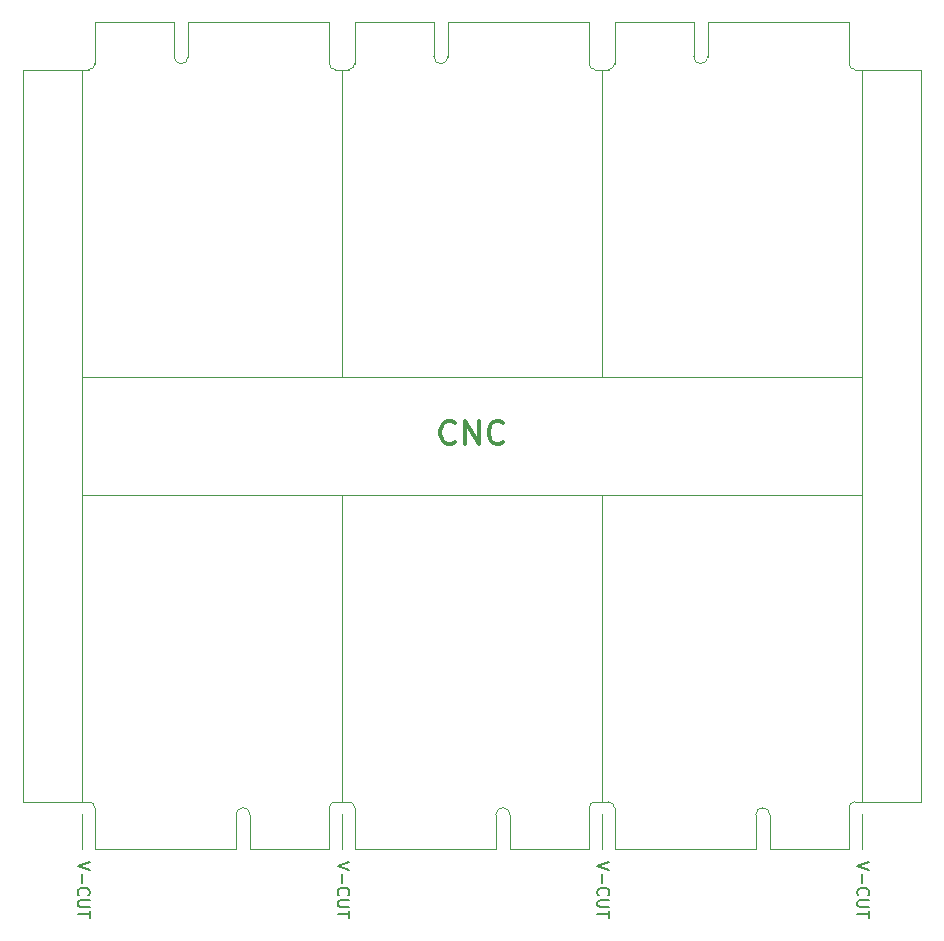
<source format=gbr>
%TF.GenerationSoftware,KiCad,Pcbnew,(7.0.0-rc2-153-g7d6218acb4)*%
%TF.CreationDate,2023-02-19T17:36:37+08:00*%
%TF.ProjectId,RAK3172-M.2-2230-Mod - panel,52414b33-3137-4322-9d4d-2e322d323233,rev?*%
%TF.SameCoordinates,Original*%
%TF.FileFunction,Profile,NP*%
%FSLAX46Y46*%
G04 Gerber Fmt 4.6, Leading zero omitted, Abs format (unit mm)*
G04 Created by KiCad (PCBNEW (7.0.0-rc2-153-g7d6218acb4)) date 2023-02-19 17:36:37*
%MOMM*%
%LPD*%
G01*
G04 APERTURE LIST*
%ADD10C,0.300000*%
%TA.AperFunction,Profile*%
%ADD11C,0.100000*%
%TD*%
%ADD12C,0.150000*%
%TA.AperFunction,Profile*%
%ADD13C,0.050000*%
%TD*%
G04 APERTURE END LIST*
D10*
X169521428Y-76519285D02*
X169426190Y-76614523D01*
X169426190Y-76614523D02*
X169140476Y-76709761D01*
X169140476Y-76709761D02*
X168950000Y-76709761D01*
X168950000Y-76709761D02*
X168664285Y-76614523D01*
X168664285Y-76614523D02*
X168473809Y-76424047D01*
X168473809Y-76424047D02*
X168378571Y-76233571D01*
X168378571Y-76233571D02*
X168283333Y-75852619D01*
X168283333Y-75852619D02*
X168283333Y-75566904D01*
X168283333Y-75566904D02*
X168378571Y-75185952D01*
X168378571Y-75185952D02*
X168473809Y-74995476D01*
X168473809Y-74995476D02*
X168664285Y-74805000D01*
X168664285Y-74805000D02*
X168950000Y-74709761D01*
X168950000Y-74709761D02*
X169140476Y-74709761D01*
X169140476Y-74709761D02*
X169426190Y-74805000D01*
X169426190Y-74805000D02*
X169521428Y-74900238D01*
X170378571Y-76709761D02*
X170378571Y-74709761D01*
X170378571Y-74709761D02*
X171521428Y-76709761D01*
X171521428Y-76709761D02*
X171521428Y-74709761D01*
X173616666Y-76519285D02*
X173521428Y-76614523D01*
X173521428Y-76614523D02*
X173235714Y-76709761D01*
X173235714Y-76709761D02*
X173045238Y-76709761D01*
X173045238Y-76709761D02*
X172759523Y-76614523D01*
X172759523Y-76614523D02*
X172569047Y-76424047D01*
X172569047Y-76424047D02*
X172473809Y-76233571D01*
X172473809Y-76233571D02*
X172378571Y-75852619D01*
X172378571Y-75852619D02*
X172378571Y-75566904D01*
X172378571Y-75566904D02*
X172473809Y-75185952D01*
X172473809Y-75185952D02*
X172569047Y-74995476D01*
X172569047Y-74995476D02*
X172759523Y-74805000D01*
X172759523Y-74805000D02*
X173045238Y-74709761D01*
X173045238Y-74709761D02*
X173235714Y-74709761D01*
X173235714Y-74709761D02*
X173521428Y-74805000D01*
X173521428Y-74805000D02*
X173616666Y-74900238D01*
D11*
X203950000Y-70975000D02*
X203950000Y-80975000D01*
X203950000Y-44975000D02*
X203950000Y-70975000D01*
X181950000Y-80975000D02*
X203950000Y-80975000D01*
X181950000Y-106975000D02*
X181950000Y-80975000D01*
X203950000Y-80975000D02*
X203950000Y-106975000D01*
X203950000Y-70975000D02*
X181950000Y-70975000D01*
X181950000Y-70975000D02*
X181950000Y-44975000D01*
X203950000Y-107975000D02*
X203950000Y-110975000D01*
D12*
X204582619Y-112070238D02*
X203582619Y-112403571D01*
X203582619Y-112403571D02*
X204582619Y-112736904D01*
X203963571Y-113070238D02*
X203963571Y-113832143D01*
X203677857Y-114879761D02*
X203630238Y-114832142D01*
X203630238Y-114832142D02*
X203582619Y-114689285D01*
X203582619Y-114689285D02*
X203582619Y-114594047D01*
X203582619Y-114594047D02*
X203630238Y-114451190D01*
X203630238Y-114451190D02*
X203725476Y-114355952D01*
X203725476Y-114355952D02*
X203820714Y-114308333D01*
X203820714Y-114308333D02*
X204011190Y-114260714D01*
X204011190Y-114260714D02*
X204154047Y-114260714D01*
X204154047Y-114260714D02*
X204344523Y-114308333D01*
X204344523Y-114308333D02*
X204439761Y-114355952D01*
X204439761Y-114355952D02*
X204535000Y-114451190D01*
X204535000Y-114451190D02*
X204582619Y-114594047D01*
X204582619Y-114594047D02*
X204582619Y-114689285D01*
X204582619Y-114689285D02*
X204535000Y-114832142D01*
X204535000Y-114832142D02*
X204487380Y-114879761D01*
X204582619Y-115308333D02*
X203773095Y-115308333D01*
X203773095Y-115308333D02*
X203677857Y-115355952D01*
X203677857Y-115355952D02*
X203630238Y-115403571D01*
X203630238Y-115403571D02*
X203582619Y-115498809D01*
X203582619Y-115498809D02*
X203582619Y-115689285D01*
X203582619Y-115689285D02*
X203630238Y-115784523D01*
X203630238Y-115784523D02*
X203677857Y-115832142D01*
X203677857Y-115832142D02*
X203773095Y-115879761D01*
X203773095Y-115879761D02*
X204582619Y-115879761D01*
X204582619Y-116213095D02*
X204582619Y-116784523D01*
X203582619Y-116498809D02*
X204582619Y-116498809D01*
D11*
X137950000Y-107975000D02*
X137950000Y-110975000D01*
D12*
X138582619Y-112070238D02*
X137582619Y-112403571D01*
X137582619Y-112403571D02*
X138582619Y-112736904D01*
X137963571Y-113070238D02*
X137963571Y-113832143D01*
X137677857Y-114879761D02*
X137630238Y-114832142D01*
X137630238Y-114832142D02*
X137582619Y-114689285D01*
X137582619Y-114689285D02*
X137582619Y-114594047D01*
X137582619Y-114594047D02*
X137630238Y-114451190D01*
X137630238Y-114451190D02*
X137725476Y-114355952D01*
X137725476Y-114355952D02*
X137820714Y-114308333D01*
X137820714Y-114308333D02*
X138011190Y-114260714D01*
X138011190Y-114260714D02*
X138154047Y-114260714D01*
X138154047Y-114260714D02*
X138344523Y-114308333D01*
X138344523Y-114308333D02*
X138439761Y-114355952D01*
X138439761Y-114355952D02*
X138535000Y-114451190D01*
X138535000Y-114451190D02*
X138582619Y-114594047D01*
X138582619Y-114594047D02*
X138582619Y-114689285D01*
X138582619Y-114689285D02*
X138535000Y-114832142D01*
X138535000Y-114832142D02*
X138487380Y-114879761D01*
X138582619Y-115308333D02*
X137773095Y-115308333D01*
X137773095Y-115308333D02*
X137677857Y-115355952D01*
X137677857Y-115355952D02*
X137630238Y-115403571D01*
X137630238Y-115403571D02*
X137582619Y-115498809D01*
X137582619Y-115498809D02*
X137582619Y-115689285D01*
X137582619Y-115689285D02*
X137630238Y-115784523D01*
X137630238Y-115784523D02*
X137677857Y-115832142D01*
X137677857Y-115832142D02*
X137773095Y-115879761D01*
X137773095Y-115879761D02*
X138582619Y-115879761D01*
X138582619Y-116213095D02*
X138582619Y-116784523D01*
X137582619Y-116498809D02*
X138582619Y-116498809D01*
D11*
X132950000Y-44975000D02*
X137950000Y-44975000D01*
X132950000Y-106975000D02*
X132950000Y-44975000D01*
X137950000Y-106975000D02*
X132950000Y-106975000D01*
X208950000Y-44975000D02*
X203950000Y-44975000D01*
X208950000Y-106975000D02*
X208950000Y-44975000D01*
X203950000Y-106975000D02*
X208950000Y-106975000D01*
X159950000Y-107975000D02*
X159950000Y-110975000D01*
D12*
X160582619Y-112070238D02*
X159582619Y-112403571D01*
X159582619Y-112403571D02*
X160582619Y-112736904D01*
X159963571Y-113070238D02*
X159963571Y-113832143D01*
X159677857Y-114879761D02*
X159630238Y-114832142D01*
X159630238Y-114832142D02*
X159582619Y-114689285D01*
X159582619Y-114689285D02*
X159582619Y-114594047D01*
X159582619Y-114594047D02*
X159630238Y-114451190D01*
X159630238Y-114451190D02*
X159725476Y-114355952D01*
X159725476Y-114355952D02*
X159820714Y-114308333D01*
X159820714Y-114308333D02*
X160011190Y-114260714D01*
X160011190Y-114260714D02*
X160154047Y-114260714D01*
X160154047Y-114260714D02*
X160344523Y-114308333D01*
X160344523Y-114308333D02*
X160439761Y-114355952D01*
X160439761Y-114355952D02*
X160535000Y-114451190D01*
X160535000Y-114451190D02*
X160582619Y-114594047D01*
X160582619Y-114594047D02*
X160582619Y-114689285D01*
X160582619Y-114689285D02*
X160535000Y-114832142D01*
X160535000Y-114832142D02*
X160487380Y-114879761D01*
X160582619Y-115308333D02*
X159773095Y-115308333D01*
X159773095Y-115308333D02*
X159677857Y-115355952D01*
X159677857Y-115355952D02*
X159630238Y-115403571D01*
X159630238Y-115403571D02*
X159582619Y-115498809D01*
X159582619Y-115498809D02*
X159582619Y-115689285D01*
X159582619Y-115689285D02*
X159630238Y-115784523D01*
X159630238Y-115784523D02*
X159677857Y-115832142D01*
X159677857Y-115832142D02*
X159773095Y-115879761D01*
X159773095Y-115879761D02*
X160582619Y-115879761D01*
X160582619Y-116213095D02*
X160582619Y-116784523D01*
X159582619Y-116498809D02*
X160582619Y-116498809D01*
X182582619Y-112070238D02*
X181582619Y-112403571D01*
X181582619Y-112403571D02*
X182582619Y-112736904D01*
X181963571Y-113070238D02*
X181963571Y-113832143D01*
X181677857Y-114879761D02*
X181630238Y-114832142D01*
X181630238Y-114832142D02*
X181582619Y-114689285D01*
X181582619Y-114689285D02*
X181582619Y-114594047D01*
X181582619Y-114594047D02*
X181630238Y-114451190D01*
X181630238Y-114451190D02*
X181725476Y-114355952D01*
X181725476Y-114355952D02*
X181820714Y-114308333D01*
X181820714Y-114308333D02*
X182011190Y-114260714D01*
X182011190Y-114260714D02*
X182154047Y-114260714D01*
X182154047Y-114260714D02*
X182344523Y-114308333D01*
X182344523Y-114308333D02*
X182439761Y-114355952D01*
X182439761Y-114355952D02*
X182535000Y-114451190D01*
X182535000Y-114451190D02*
X182582619Y-114594047D01*
X182582619Y-114594047D02*
X182582619Y-114689285D01*
X182582619Y-114689285D02*
X182535000Y-114832142D01*
X182535000Y-114832142D02*
X182487380Y-114879761D01*
X182582619Y-115308333D02*
X181773095Y-115308333D01*
X181773095Y-115308333D02*
X181677857Y-115355952D01*
X181677857Y-115355952D02*
X181630238Y-115403571D01*
X181630238Y-115403571D02*
X181582619Y-115498809D01*
X181582619Y-115498809D02*
X181582619Y-115689285D01*
X181582619Y-115689285D02*
X181630238Y-115784523D01*
X181630238Y-115784523D02*
X181677857Y-115832142D01*
X181677857Y-115832142D02*
X181773095Y-115879761D01*
X181773095Y-115879761D02*
X182582619Y-115879761D01*
X182582619Y-116213095D02*
X182582619Y-116784523D01*
X181582619Y-116498809D02*
X182582619Y-116498809D01*
D11*
X181950000Y-107975000D02*
X181950000Y-110975000D01*
X137950000Y-70975000D02*
X137950000Y-80975000D01*
X159950000Y-44975000D02*
X159950000Y-70975000D01*
X159950000Y-70975000D02*
X137950000Y-70975000D01*
X137950000Y-70975000D02*
X137950000Y-44975000D01*
X159950000Y-70975000D02*
X159950000Y-44975000D01*
X181950000Y-70975000D02*
X159950000Y-70975000D01*
X181950000Y-44975000D02*
X181950000Y-70975000D01*
X181950000Y-80975000D02*
X181950000Y-106975000D01*
X159950000Y-80975000D02*
X181950000Y-80975000D01*
X159950000Y-106975000D02*
X159950000Y-80975000D01*
X159950000Y-80975000D02*
X159950000Y-106975000D01*
X137950000Y-106975000D02*
X137950000Y-80975000D01*
X137950000Y-80975000D02*
X159950000Y-80975000D01*
D13*
%TO.C,J301*%
X182525000Y-44975000D02*
G75*
G03*
X183025000Y-44475000I0J500000D01*
G01*
X189725000Y-43875000D02*
G75*
G03*
X190925000Y-43875000I600000J0D01*
G01*
X202875000Y-44475000D02*
G75*
G03*
X203375000Y-44975000I500001J1D01*
G01*
X182525000Y-44975000D02*
X181950000Y-44975000D01*
X183025000Y-40975000D02*
X183025000Y-44475000D01*
X189725000Y-40975000D02*
X183025000Y-40975000D01*
X189725000Y-43875000D02*
X189725000Y-40975000D01*
X190925000Y-40975000D02*
X190925000Y-43875000D01*
X192950000Y-40975000D02*
X190925000Y-40975000D01*
X202875000Y-40975000D02*
X192950000Y-40975000D01*
X202875000Y-44475000D02*
X202875000Y-40975000D01*
X203950000Y-44975000D02*
X203375000Y-44975000D01*
X203375000Y-106975000D02*
G75*
G03*
X202875000Y-107475000I0J-500000D01*
G01*
X196175000Y-108075000D02*
G75*
G03*
X194975000Y-108075000I-600000J0D01*
G01*
X183025000Y-107475000D02*
G75*
G03*
X182525000Y-106975000I-500001J-1D01*
G01*
X203375000Y-106975000D02*
X203950000Y-106975000D01*
X202875000Y-110975000D02*
X202875000Y-107475000D01*
X196175000Y-110975000D02*
X202875000Y-110975000D01*
X196175000Y-108075000D02*
X196175000Y-110975000D01*
X194975000Y-110975000D02*
X194975000Y-108075000D01*
X192950000Y-110975000D02*
X194975000Y-110975000D01*
X183025000Y-110975000D02*
X192950000Y-110975000D01*
X183025000Y-107475000D02*
X183025000Y-110975000D01*
X181950000Y-106975000D02*
X182525000Y-106975000D01*
X159950000Y-44975000D02*
X159375000Y-44975000D01*
X158875000Y-44475000D02*
X158875000Y-40975000D01*
X158875000Y-40975000D02*
X148950000Y-40975000D01*
X148950000Y-40975000D02*
X146925000Y-40975000D01*
X146925000Y-40975000D02*
X146925000Y-43875000D01*
X145725000Y-43875000D02*
X145725000Y-40975000D01*
X145725000Y-40975000D02*
X139025000Y-40975000D01*
X139025000Y-40975000D02*
X139025000Y-44475000D01*
X138525000Y-44975000D02*
X137950000Y-44975000D01*
X158875000Y-44475000D02*
G75*
G03*
X159375000Y-44975000I500001J1D01*
G01*
X145725000Y-43875000D02*
G75*
G03*
X146925000Y-43875000I600000J0D01*
G01*
X138525000Y-44975000D02*
G75*
G03*
X139025000Y-44475000I0J500000D01*
G01*
X160525000Y-44975000D02*
G75*
G03*
X161025000Y-44475000I0J500000D01*
G01*
X167725000Y-43875000D02*
G75*
G03*
X168925000Y-43875000I600000J0D01*
G01*
X180875000Y-44475000D02*
G75*
G03*
X181375000Y-44975000I500001J1D01*
G01*
X160525000Y-44975000D02*
X159950000Y-44975000D01*
X161025000Y-40975000D02*
X161025000Y-44475000D01*
X167725000Y-40975000D02*
X161025000Y-40975000D01*
X167725000Y-43875000D02*
X167725000Y-40975000D01*
X168925000Y-40975000D02*
X168925000Y-43875000D01*
X170950000Y-40975000D02*
X168925000Y-40975000D01*
X180875000Y-40975000D02*
X170950000Y-40975000D01*
X180875000Y-44475000D02*
X180875000Y-40975000D01*
X181950000Y-44975000D02*
X181375000Y-44975000D01*
X181375000Y-106975000D02*
G75*
G03*
X180875000Y-107475000I0J-500000D01*
G01*
X174175000Y-108075000D02*
G75*
G03*
X172975000Y-108075000I-600000J0D01*
G01*
X161025000Y-107475000D02*
G75*
G03*
X160525000Y-106975000I-500001J-1D01*
G01*
X181375000Y-106975000D02*
X181950000Y-106975000D01*
X180875000Y-110975000D02*
X180875000Y-107475000D01*
X174175000Y-110975000D02*
X180875000Y-110975000D01*
X174175000Y-108075000D02*
X174175000Y-110975000D01*
X172975000Y-110975000D02*
X172975000Y-108075000D01*
X170950000Y-110975000D02*
X172975000Y-110975000D01*
X161025000Y-110975000D02*
X170950000Y-110975000D01*
X161025000Y-107475000D02*
X161025000Y-110975000D01*
X159950000Y-106975000D02*
X160525000Y-106975000D01*
X137950000Y-106975000D02*
X138525000Y-106975000D01*
X139025000Y-107475000D02*
X139025000Y-110975000D01*
X139025000Y-110975000D02*
X148950000Y-110975000D01*
X148950000Y-110975000D02*
X150975000Y-110975000D01*
X150975000Y-110975000D02*
X150975000Y-108075000D01*
X152175000Y-108075000D02*
X152175000Y-110975000D01*
X152175000Y-110975000D02*
X158875000Y-110975000D01*
X158875000Y-110975000D02*
X158875000Y-107475000D01*
X159375000Y-106975000D02*
X159950000Y-106975000D01*
X139025000Y-107475000D02*
G75*
G03*
X138525000Y-106975000I-500001J-1D01*
G01*
X152175000Y-108075000D02*
G75*
G03*
X150975000Y-108075000I-600000J0D01*
G01*
X159375000Y-106975000D02*
G75*
G03*
X158875000Y-107475000I0J-500000D01*
G01*
%TD*%
M02*

</source>
